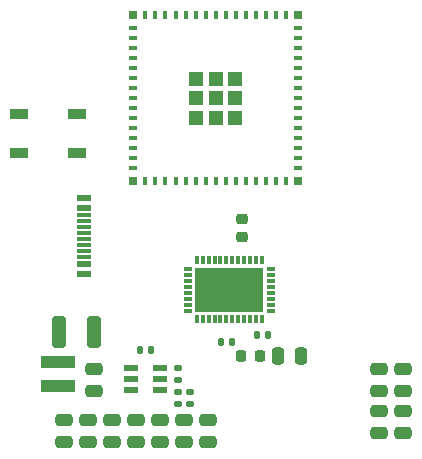
<source format=gbr>
%TF.GenerationSoftware,KiCad,Pcbnew,8.0.5*%
%TF.CreationDate,2024-09-12T15:57:42+03:00*%
%TF.ProjectId,Small_ESC,536d616c-6c5f-4455-9343-2e6b69636164,rev?*%
%TF.SameCoordinates,Original*%
%TF.FileFunction,Paste,Top*%
%TF.FilePolarity,Positive*%
%FSLAX46Y46*%
G04 Gerber Fmt 4.6, Leading zero omitted, Abs format (unit mm)*
G04 Created by KiCad (PCBNEW 8.0.5) date 2024-09-12 15:57:42*
%MOMM*%
%LPD*%
G01*
G04 APERTURE LIST*
G04 Aperture macros list*
%AMRoundRect*
0 Rectangle with rounded corners*
0 $1 Rounding radius*
0 $2 $3 $4 $5 $6 $7 $8 $9 X,Y pos of 4 corners*
0 Add a 4 corners polygon primitive as box body*
4,1,4,$2,$3,$4,$5,$6,$7,$8,$9,$2,$3,0*
0 Add four circle primitives for the rounded corners*
1,1,$1+$1,$2,$3*
1,1,$1+$1,$4,$5*
1,1,$1+$1,$6,$7*
1,1,$1+$1,$8,$9*
0 Add four rect primitives between the rounded corners*
20,1,$1+$1,$2,$3,$4,$5,0*
20,1,$1+$1,$4,$5,$6,$7,0*
20,1,$1+$1,$6,$7,$8,$9,0*
20,1,$1+$1,$8,$9,$2,$3,0*%
G04 Aperture macros list end*
%ADD10RoundRect,0.225000X-0.225000X-0.250000X0.225000X-0.250000X0.225000X0.250000X-0.225000X0.250000X0*%
%ADD11RoundRect,0.250000X0.475000X-0.250000X0.475000X0.250000X-0.475000X0.250000X-0.475000X-0.250000X0*%
%ADD12RoundRect,0.140000X0.140000X0.170000X-0.140000X0.170000X-0.140000X-0.170000X0.140000X-0.170000X0*%
%ADD13R,3.000000X1.000000*%
%ADD14R,1.250000X0.600000*%
%ADD15RoundRect,0.250000X-0.475000X0.250000X-0.475000X-0.250000X0.475000X-0.250000X0.475000X0.250000X0*%
%ADD16R,1.150000X0.600000*%
%ADD17R,1.150000X0.300000*%
%ADD18RoundRect,0.140000X0.170000X-0.140000X0.170000X0.140000X-0.170000X0.140000X-0.170000X-0.140000X0*%
%ADD19R,0.800000X0.400000*%
%ADD20R,0.400000X0.800000*%
%ADD21R,1.200000X1.200000*%
%ADD22R,0.800000X0.800000*%
%ADD23R,1.500000X0.900000*%
%ADD24RoundRect,0.135000X0.185000X-0.135000X0.185000X0.135000X-0.185000X0.135000X-0.185000X-0.135000X0*%
%ADD25RoundRect,0.250000X-0.325000X-1.100000X0.325000X-1.100000X0.325000X1.100000X-0.325000X1.100000X0*%
%ADD26RoundRect,0.225000X-0.250000X0.225000X-0.250000X-0.225000X0.250000X-0.225000X0.250000X0.225000X0*%
%ADD27R,0.300000X0.800000*%
%ADD28R,0.800000X0.300000*%
%ADD29R,5.800000X3.800000*%
%ADD30RoundRect,0.140000X-0.140000X-0.170000X0.140000X-0.170000X0.140000X0.170000X-0.140000X0.170000X0*%
%ADD31RoundRect,0.250000X-0.250000X-0.475000X0.250000X-0.475000X0.250000X0.475000X-0.250000X0.475000X0*%
G04 APERTURE END LIST*
D10*
%TO.C,C18*%
X20815000Y9652000D03*
X22365000Y9652000D03*
%TD*%
D11*
%TO.C,C31*%
X9868000Y2352000D03*
X9868000Y4252000D03*
%TD*%
%TO.C,C27*%
X13932000Y2352000D03*
X13932000Y4252000D03*
%TD*%
D12*
%TO.C,C22*%
X23086000Y11430000D03*
X22126000Y11430000D03*
%TD*%
D13*
%TO.C,L1*%
X5334000Y7128000D03*
X5334000Y9128000D03*
%TD*%
D14*
%TO.C,PS1*%
X11470000Y8636000D03*
X11470000Y7686000D03*
X11470000Y6736000D03*
X13970000Y6736000D03*
X13970000Y7686000D03*
X13970000Y8636000D03*
%TD*%
D15*
%TO.C,C15*%
X34544000Y5014000D03*
X34544000Y3114000D03*
%TD*%
D11*
%TO.C,C32*%
X11900000Y2352000D03*
X11900000Y4252000D03*
%TD*%
D15*
%TO.C,C3*%
X8382000Y8570000D03*
X8382000Y6670000D03*
%TD*%
%TO.C,C14*%
X32512000Y5014000D03*
X32512000Y3114000D03*
%TD*%
D16*
%TO.C,J1*%
X7490000Y23012000D03*
X7490000Y22212000D03*
D17*
X7490000Y21062000D03*
X7490000Y20062000D03*
X7490000Y19562000D03*
X7490000Y18562000D03*
D16*
X7490000Y17412000D03*
X7490000Y16612000D03*
X7490000Y16612000D03*
X7490000Y17412000D03*
D17*
X7490000Y18062000D03*
X7490000Y19062000D03*
X7490000Y20562000D03*
X7490000Y21562000D03*
D16*
X7490000Y22212000D03*
X7490000Y23012000D03*
%TD*%
D18*
%TO.C,C2*%
X16510000Y5616000D03*
X16510000Y6576000D03*
%TD*%
D19*
%TO.C,IC2*%
X11654000Y37431000D03*
X11654000Y36581000D03*
X11654000Y35731000D03*
X11654000Y34881000D03*
X11654000Y34031000D03*
X11654000Y33181000D03*
X11654000Y32331000D03*
X11654000Y31481000D03*
X11654000Y30631000D03*
X11654000Y29781000D03*
X11654000Y28931000D03*
X11654000Y28081000D03*
X11654000Y27231000D03*
X11654000Y26381000D03*
X11654000Y25531000D03*
D20*
X12704000Y24481000D03*
X13554000Y24481000D03*
X14404000Y24481000D03*
X15254000Y24481000D03*
X16104000Y24481000D03*
X16954000Y24481000D03*
X17804000Y24481000D03*
X18654000Y24481000D03*
X19504000Y24481000D03*
X20354000Y24481000D03*
X21204000Y24481000D03*
X22054000Y24481000D03*
X22904000Y24481000D03*
X23754000Y24481000D03*
X24604000Y24481000D03*
D19*
X25654000Y25531000D03*
X25654000Y26381000D03*
X25654000Y27231000D03*
X25654000Y28081000D03*
X25654000Y28931000D03*
X25654000Y29781000D03*
X25654000Y30631000D03*
X25654000Y31481000D03*
X25654000Y32331000D03*
X25654000Y33181000D03*
X25654000Y34031000D03*
X25654000Y34881000D03*
X25654000Y35731000D03*
X25654000Y36581000D03*
X25654000Y37431000D03*
D20*
X24604000Y38481000D03*
X23754000Y38481000D03*
X22904000Y38481000D03*
X22054000Y38481000D03*
X21204000Y38481000D03*
X20354000Y38481000D03*
X19504000Y38481000D03*
X18654000Y38481000D03*
X17804000Y38481000D03*
X16954000Y38481000D03*
X16104000Y38481000D03*
X15254000Y38481000D03*
X14404000Y38481000D03*
X13554000Y38481000D03*
X12704000Y38481000D03*
D21*
X18654000Y31481000D03*
D22*
X11654000Y38481000D03*
X11654000Y24481000D03*
X25654000Y24481000D03*
X25654000Y38481000D03*
D21*
X17004000Y33131000D03*
X17004000Y31481000D03*
X17004000Y29831000D03*
X18654000Y29831000D03*
X20304000Y29831000D03*
X20304000Y31481000D03*
X20304000Y33131000D03*
X18654000Y33131000D03*
%TD*%
D23*
%TO.C,D2*%
X1995000Y30098000D03*
X1995000Y26798000D03*
X6895000Y26798000D03*
X6895000Y30098000D03*
%TD*%
D24*
%TO.C,R1*%
X15494000Y5586000D03*
X15494000Y6606000D03*
%TD*%
D25*
%TO.C,C4*%
X5383000Y11684000D03*
X8333000Y11684000D03*
%TD*%
D11*
%TO.C,C12*%
X34544000Y6670000D03*
X34544000Y8570000D03*
%TD*%
D24*
%TO.C,R2*%
X15494000Y7618000D03*
X15494000Y8638000D03*
%TD*%
D12*
%TO.C,C1*%
X13180000Y10160000D03*
X12220000Y10160000D03*
%TD*%
D26*
%TO.C,C9*%
X20878800Y21247400D03*
X20878800Y19697400D03*
%TD*%
D11*
%TO.C,C28*%
X15964000Y2352000D03*
X15964000Y4252000D03*
%TD*%
D27*
%TO.C,IC1*%
X17062000Y12740000D03*
X17562000Y12740000D03*
X18062000Y12740000D03*
X18562000Y12740000D03*
X19062000Y12740000D03*
X19562000Y12740000D03*
X20062000Y12740000D03*
X20562000Y12740000D03*
X21062000Y12740000D03*
X21562000Y12740000D03*
X22062000Y12740000D03*
X22562000Y12740000D03*
D28*
X23312000Y13490000D03*
X23312000Y13990000D03*
X23312000Y14490000D03*
X23312000Y14990000D03*
X23312000Y15490000D03*
X23312000Y15990000D03*
X23312000Y16490000D03*
X23312000Y16990000D03*
D27*
X22562000Y17740000D03*
X22062000Y17740000D03*
X21562000Y17740000D03*
X21062000Y17740000D03*
X20562000Y17740000D03*
X20062000Y17740000D03*
X19562000Y17740000D03*
X19062000Y17740000D03*
X18562000Y17740000D03*
X18062000Y17740000D03*
X17562000Y17740000D03*
X17062000Y17740000D03*
D28*
X16312000Y16990000D03*
X16312000Y16490000D03*
X16312000Y15990000D03*
X16312000Y15490000D03*
X16312000Y14990000D03*
X16312000Y14490000D03*
X16312000Y13990000D03*
X16312000Y13490000D03*
D29*
X19812000Y15240000D03*
%TD*%
D30*
%TO.C,C19*%
X19078000Y10871200D03*
X20038000Y10871200D03*
%TD*%
D31*
%TO.C,C21*%
X23942000Y9652000D03*
X25842000Y9652000D03*
%TD*%
D11*
%TO.C,C29*%
X32512000Y6670000D03*
X32512000Y8570000D03*
%TD*%
%TO.C,C11*%
X5842000Y2352000D03*
X5842000Y4252000D03*
%TD*%
%TO.C,C30*%
X7874000Y2352000D03*
X7874000Y4252000D03*
%TD*%
%TO.C,C10*%
X17996000Y2352000D03*
X17996000Y4252000D03*
%TD*%
M02*

</source>
